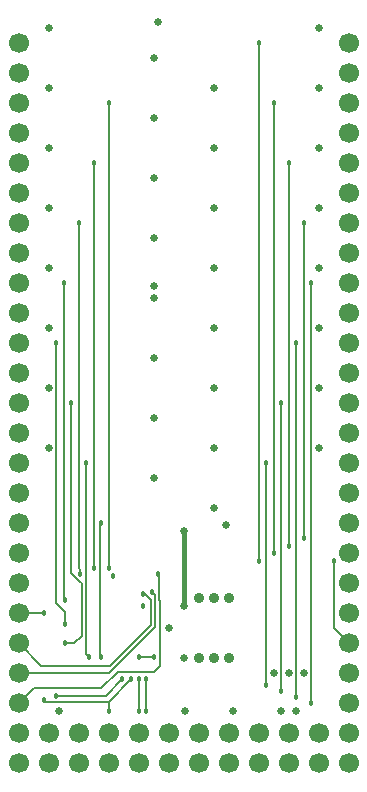
<source format=gbr>
%TF.GenerationSoftware,KiCad,Pcbnew,(6.0.7-1)-1*%
%TF.CreationDate,2022-09-01T15:03:23-04:00*%
%TF.ProjectId,eVolver_pwm,65566f6c-7665-4725-9f70-776d2e6b6963,rev?*%
%TF.SameCoordinates,Original*%
%TF.FileFunction,Copper,L4,Bot*%
%TF.FilePolarity,Positive*%
%FSLAX46Y46*%
G04 Gerber Fmt 4.6, Leading zero omitted, Abs format (unit mm)*
G04 Created by KiCad (PCBNEW (6.0.7-1)-1) date 2022-09-01 15:03:23*
%MOMM*%
%LPD*%
G01*
G04 APERTURE LIST*
%TA.AperFunction,ComponentPad*%
%ADD10C,1.700000*%
%TD*%
%TA.AperFunction,ViaPad*%
%ADD11C,0.889000*%
%TD*%
%TA.AperFunction,ViaPad*%
%ADD12C,0.457200*%
%TD*%
%TA.AperFunction,ViaPad*%
%ADD13C,0.635000*%
%TD*%
%TA.AperFunction,Conductor*%
%ADD14C,0.177800*%
%TD*%
%TA.AperFunction,Conductor*%
%ADD15C,0.381000*%
%TD*%
G04 APERTURE END LIST*
D10*
%TO.P,P1,1,P1*%
%TO.N,GND*%
X156210000Y-73660000D03*
%TO.P,P1,2,P2*%
%TO.N,/OUT_0*%
X156210000Y-76200000D03*
%TO.P,P1,3,P3*%
%TO.N,+24V*%
X156210000Y-78740000D03*
%TO.P,P1,4,P4*%
%TO.N,/OUT_2*%
X156210000Y-81280000D03*
%TO.P,P1,5,P5*%
%TO.N,+24V*%
X156210000Y-83820000D03*
%TO.P,P1,6,P6*%
%TO.N,/OUT_4*%
X156210000Y-86360000D03*
%TO.P,P1,7,P7*%
%TO.N,+24V*%
X156210000Y-88900000D03*
%TO.P,P1,8,P8*%
%TO.N,/OUT_6*%
X156210000Y-91440000D03*
%TO.P,P1,9,P9*%
%TO.N,+24V*%
X156210000Y-93980000D03*
%TO.P,P1,10,P10*%
%TO.N,GND*%
X156210000Y-96520000D03*
%TO.P,P1,11,P11*%
%TO.N,/OUT_8*%
X156210000Y-99060000D03*
%TO.P,P1,12,P12*%
%TO.N,+24V*%
X156210000Y-101600000D03*
%TO.P,P1,13,P13*%
%TO.N,/OUT_10*%
X156210000Y-104140000D03*
%TO.P,P1,14,P14*%
%TO.N,+24V*%
X156210000Y-106680000D03*
%TO.P,P1,15,P15*%
%TO.N,/OUT_12*%
X156210000Y-109220000D03*
%TO.P,P1,16,P16*%
%TO.N,+24V*%
X156210000Y-111760000D03*
%TO.P,P1,17,P17*%
%TO.N,/OUT_14*%
X156210000Y-114300000D03*
%TO.P,P1,18,P18*%
%TO.N,+24V*%
X156210000Y-116840000D03*
%TO.P,P1,19,P19*%
%TO.N,GND*%
X156210000Y-119380000D03*
%TO.P,P1,20,P20*%
%TO.N,/GSCLK*%
X156210000Y-121920000D03*
%TO.P,P1,21,P21*%
%TO.N,/XLAT*%
X156210000Y-124460000D03*
%TO.P,P1,22,P22*%
%TO.N,/SCLK*%
X156210000Y-127000000D03*
%TO.P,P1,23,P23*%
%TO.N,/SIN*%
X156210000Y-129540000D03*
%TO.P,P1,24,P24*%
%TO.N,/SOUT*%
X156210000Y-132080000D03*
%TO.P,P1,25,P25*%
%TO.N,GND*%
X156210000Y-134620000D03*
%TD*%
%TO.P,P2,1,P1*%
%TO.N,GND*%
X184150000Y-73660000D03*
%TO.P,P2,2,P2*%
%TO.N,/OUT_1*%
X184150000Y-76200000D03*
%TO.P,P2,3,P3*%
%TO.N,+24V*%
X184150000Y-78740000D03*
%TO.P,P2,4,P4*%
%TO.N,/OUT_3*%
X184150000Y-81280000D03*
%TO.P,P2,5,P5*%
%TO.N,+24V*%
X184150000Y-83820000D03*
%TO.P,P2,6,P6*%
%TO.N,/OUT_5*%
X184150000Y-86360000D03*
%TO.P,P2,7,P7*%
%TO.N,+24V*%
X184150000Y-88900000D03*
%TO.P,P2,8,P8*%
%TO.N,/OUT_7*%
X184150000Y-91440000D03*
%TO.P,P2,9,P9*%
%TO.N,+24V*%
X184150000Y-93980000D03*
%TO.P,P2,10,P10*%
%TO.N,GND*%
X184150000Y-96520000D03*
%TO.P,P2,11,P11*%
%TO.N,/OUT_9*%
X184150000Y-99060000D03*
%TO.P,P2,12,P12*%
%TO.N,+24V*%
X184150000Y-101600000D03*
%TO.P,P2,13,P13*%
%TO.N,/OUT_11*%
X184150000Y-104140000D03*
%TO.P,P2,14,P14*%
%TO.N,+24V*%
X184150000Y-106680000D03*
%TO.P,P2,15,P15*%
%TO.N,/OUT_13*%
X184150000Y-109220000D03*
%TO.P,P2,16,P16*%
%TO.N,+24V*%
X184150000Y-111760000D03*
%TO.P,P2,17,P17*%
%TO.N,/OUT_15*%
X184150000Y-114300000D03*
%TO.P,P2,18,P18*%
%TO.N,+24V*%
X184150000Y-116840000D03*
%TO.P,P2,19,P19*%
%TO.N,GND*%
X184150000Y-119380000D03*
%TO.P,P2,20,P20*%
%TO.N,unconnected-(P2-Pad20)*%
X184150000Y-121920000D03*
%TO.P,P2,21,P21*%
%TO.N,/BLANK*%
X184150000Y-124460000D03*
%TO.P,P2,22,P22*%
%TO.N,unconnected-(P2-Pad22)*%
X184150000Y-127000000D03*
%TO.P,P2,23,P23*%
%TO.N,+5V*%
X184150000Y-129540000D03*
%TO.P,P2,24,P24*%
X184150000Y-132080000D03*
%TO.P,P2,25,P25*%
%TO.N,GND*%
X184150000Y-134620000D03*
%TD*%
%TO.P,P3,1,P1*%
%TO.N,+24V*%
X181610000Y-132080000D03*
%TO.P,P3,2,P2*%
X179070000Y-132080000D03*
%TO.P,P3,3,P3*%
X176530000Y-132080000D03*
%TO.P,P3,4,P4*%
X173990000Y-132080000D03*
%TO.P,P3,5,P5*%
X171450000Y-132080000D03*
%TO.P,P3,6,P6*%
X168910000Y-132080000D03*
%TO.P,P3,7,P7*%
X166370000Y-132080000D03*
%TO.P,P3,8,P8*%
X163830000Y-132080000D03*
%TO.P,P3,9,P9*%
X161290000Y-132080000D03*
%TO.P,P3,10,P10*%
X158750000Y-132080000D03*
%TD*%
%TO.P,P4,1,P1*%
%TO.N,GND*%
X158750000Y-134620000D03*
%TO.P,P4,2,P2*%
X161290000Y-134620000D03*
%TO.P,P4,3,P3*%
X163830000Y-134620000D03*
%TO.P,P4,4,P4*%
X166370000Y-134620000D03*
%TO.P,P4,5,P5*%
X168910000Y-134620000D03*
%TO.P,P4,6,P6*%
X171450000Y-134620000D03*
%TO.P,P4,7,P7*%
X173990000Y-134620000D03*
%TO.P,P4,8,P8*%
X176530000Y-134620000D03*
%TO.P,P4,9,P9*%
X179070000Y-134620000D03*
%TO.P,P4,10,P10*%
X181610000Y-134620000D03*
%TD*%
D11*
%TO.N,+3V3*%
X173990000Y-120650000D03*
D12*
%TO.N,/GATE4*%
X161412116Y-118584284D03*
D11*
%TO.N,+3V3*%
X172720000Y-120650000D03*
D12*
X166370000Y-130175000D03*
D13*
X170180000Y-125730000D03*
D12*
X166370000Y-127508000D03*
X167640000Y-125603000D03*
D11*
X171450000Y-120650000D03*
D13*
X170180000Y-114935000D03*
D11*
X171450000Y-125730000D03*
D13*
X170180000Y-121285000D03*
D12*
X166370000Y-125603000D03*
D11*
X172720000Y-125730000D03*
X173990000Y-125730000D03*
D12*
%TO.N,GND*%
X164211000Y-118745000D03*
D13*
X180340000Y-127000000D03*
X172720000Y-77470000D03*
X168021000Y-71882000D03*
X170307000Y-130175000D03*
X172720000Y-87630000D03*
X172720000Y-107950000D03*
X167640000Y-95250000D03*
X159639000Y-130175000D03*
X168910000Y-123190000D03*
X172720000Y-102870000D03*
X172720000Y-97790000D03*
X172720000Y-113030000D03*
X167640000Y-85090000D03*
X167640000Y-94234000D03*
X173736000Y-114427000D03*
X172720000Y-82550000D03*
X172720000Y-92710000D03*
X177800000Y-127000000D03*
X167640000Y-90170000D03*
X167640000Y-105410000D03*
X167640000Y-80010000D03*
X178435000Y-130175000D03*
X179705000Y-130175000D03*
X167640000Y-100330000D03*
X167640000Y-110490000D03*
D12*
X166751000Y-121285000D03*
D13*
X174371000Y-130175000D03*
X179070000Y-127000000D03*
X167640000Y-74930000D03*
%TO.N,+24V*%
X158750000Y-87630000D03*
X158750000Y-92710000D03*
X158750000Y-107950000D03*
X158750000Y-82550000D03*
X158750000Y-97790000D03*
X158750000Y-72390000D03*
X181610000Y-107950000D03*
X158750000Y-102870000D03*
X181610000Y-72390000D03*
X181610000Y-77470000D03*
X181610000Y-97790000D03*
X181610000Y-92710000D03*
X181610000Y-82550000D03*
X158750000Y-77470000D03*
X181610000Y-102870000D03*
X181610000Y-87630000D03*
D12*
%TO.N,/GSCLK*%
X158369000Y-121920000D03*
X165735000Y-127508000D03*
X158369000Y-129286000D03*
X163830000Y-130175000D03*
%TO.N,/XLAT*%
X166751000Y-120269000D03*
%TO.N,/SCLK*%
X167513000Y-120142000D03*
%TO.N,/SIN*%
X168021000Y-118618000D03*
%TO.N,/SOUT*%
X164973000Y-127508000D03*
X159385000Y-128905000D03*
%TO.N,Net-(R17-Pad1)*%
X167005000Y-127508000D03*
X167005000Y-130175000D03*
%TO.N,/GATE0*%
X163830000Y-78740000D03*
X163830000Y-118110000D03*
%TO.N,/GATE1*%
X176530000Y-73660000D03*
X176530000Y-117475000D03*
%TO.N,/GATE2*%
X162560000Y-83820000D03*
X162560000Y-118110000D03*
%TO.N,/GATE3*%
X177800000Y-116840000D03*
X177800000Y-78740000D03*
%TO.N,/GATE4*%
X161290000Y-88900000D03*
%TO.N,/GATE5*%
X179070000Y-116205000D03*
X179070000Y-83820000D03*
%TO.N,/GATE6*%
X160147000Y-120777000D03*
X160020000Y-93980000D03*
%TO.N,/GATE7*%
X180340000Y-115570000D03*
X180340000Y-88900000D03*
%TO.N,/GATE8*%
X160147000Y-122809000D03*
X159385000Y-99060000D03*
%TO.N,/GATE9*%
X180975000Y-129540000D03*
X180975000Y-93980000D03*
%TO.N,/GATE10*%
X160147000Y-124460000D03*
X160655000Y-104140000D03*
%TO.N,/GATE11*%
X179705000Y-129032000D03*
X179705000Y-99060000D03*
%TO.N,/GATE12*%
X162179000Y-125603000D03*
X161925000Y-109220000D03*
%TO.N,/GATE13*%
X178435000Y-104140000D03*
X178435000Y-128524000D03*
%TO.N,/GATE14*%
X163195000Y-125603000D03*
X163195000Y-114300000D03*
%TO.N,/GATE15*%
X177165000Y-128016000D03*
X177165000Y-109220000D03*
%TO.N,/BLANK*%
X182880000Y-117475000D03*
%TD*%
D14*
%TO.N,/GATE4*%
X161412116Y-118584284D02*
X161412116Y-118232116D01*
X161412116Y-118232116D02*
X161290000Y-118110000D01*
%TO.N,/SIN*%
X156210000Y-129540000D02*
X157480000Y-128270000D01*
X157480000Y-128270000D02*
X163195000Y-128270000D01*
X168084500Y-118681500D02*
X168021000Y-118618000D01*
X163195000Y-128270000D02*
X164592000Y-126873000D01*
X164592000Y-126873000D02*
X167640000Y-126873000D01*
X168125900Y-120875518D02*
X168084500Y-120834118D01*
X167640000Y-126873000D02*
X168125900Y-126387100D01*
X168084500Y-120834118D02*
X168084500Y-118681500D01*
X168125900Y-126387100D02*
X168125900Y-120875518D01*
D15*
%TO.N,+3V3*%
X170180000Y-114935000D02*
X170180000Y-121285000D01*
D14*
X166370000Y-127508000D02*
X166370000Y-130175000D01*
X167640000Y-125603000D02*
X166370000Y-125603000D01*
%TO.N,/GSCLK*%
X163830000Y-129413000D02*
X163830000Y-130175000D01*
X165735000Y-127508000D02*
X163830000Y-129413000D01*
X158496000Y-129413000D02*
X158369000Y-129286000D01*
X158369000Y-121920000D02*
X156210000Y-121920000D01*
X163830000Y-129413000D02*
X158496000Y-129413000D01*
%TO.N,/XLAT*%
X167386000Y-122936000D02*
X167386000Y-120777000D01*
X167386000Y-120777000D02*
X166878000Y-120269000D01*
X166878000Y-120269000D02*
X166751000Y-120269000D01*
X163957000Y-126365000D02*
X167132000Y-123190000D01*
X158115000Y-126365000D02*
X163957000Y-126365000D01*
X167132000Y-123190000D02*
X167386000Y-122936000D01*
X156210000Y-124460000D02*
X158115000Y-126365000D01*
%TO.N,/SCLK*%
X163830000Y-127000000D02*
X165735000Y-125095000D01*
X167754291Y-120396000D02*
X167754291Y-120383291D01*
X167754291Y-120383291D02*
X167513000Y-120142000D01*
X167513000Y-123317000D02*
X167754291Y-123075709D01*
X165735000Y-125095000D02*
X167513000Y-123317000D01*
X167754291Y-123075709D02*
X167754291Y-120396000D01*
X156210000Y-127000000D02*
X163830000Y-127000000D01*
%TO.N,/SIN*%
X168021000Y-118618978D02*
X168021000Y-118618000D01*
X168084011Y-118681989D02*
X168021000Y-118618978D01*
%TO.N,/SOUT*%
X163449000Y-128905000D02*
X163576000Y-128905000D01*
X163576000Y-128905000D02*
X164973000Y-127508000D01*
X159385000Y-128905000D02*
X163449000Y-128905000D01*
%TO.N,Net-(R17-Pad1)*%
X167005000Y-127508000D02*
X167005000Y-130175000D01*
%TO.N,/GATE0*%
X163830000Y-118110000D02*
X163830000Y-78740000D01*
%TO.N,/GATE1*%
X176530000Y-117475000D02*
X176530000Y-73660000D01*
%TO.N,/GATE2*%
X162560000Y-118110000D02*
X162560000Y-83820000D01*
%TO.N,/GATE3*%
X177800000Y-116840000D02*
X177800000Y-78740000D01*
%TO.N,/GATE4*%
X161290000Y-118110000D02*
X161290000Y-88900000D01*
%TO.N,/GATE5*%
X179070000Y-116205000D02*
X179070000Y-83820000D01*
%TO.N,/GATE6*%
X160020000Y-93980000D02*
X160020000Y-118110000D01*
X160020000Y-118110000D02*
X160020000Y-120650000D01*
X160020000Y-120650000D02*
X160147000Y-120777000D01*
%TO.N,/GATE7*%
X180340000Y-115570000D02*
X180340000Y-88900000D01*
%TO.N,/GATE8*%
X159385000Y-118110000D02*
X159385000Y-121031000D01*
X159639000Y-121285000D02*
X160147000Y-121793000D01*
X159385000Y-121031000D02*
X159639000Y-121285000D01*
X159385000Y-118110000D02*
X159385000Y-99060000D01*
X160147000Y-121793000D02*
X160147000Y-122809000D01*
%TO.N,/GATE9*%
X180975000Y-93980000D02*
X180975000Y-129540000D01*
%TO.N,/GATE10*%
X161544000Y-119380000D02*
X161544000Y-123825000D01*
X160655000Y-118491000D02*
X161417000Y-119253000D01*
X160655000Y-118110000D02*
X160655000Y-104140000D01*
X160655000Y-118110000D02*
X160655000Y-118491000D01*
X161544000Y-123825000D02*
X160909000Y-124460000D01*
X161417000Y-119253000D02*
X161544000Y-119380000D01*
X160909000Y-124460000D02*
X160147000Y-124460000D01*
%TO.N,/GATE11*%
X179705000Y-99060000D02*
X179705000Y-129032000D01*
%TO.N,/GATE12*%
X161925000Y-125349000D02*
X161925000Y-109220000D01*
X162179000Y-125603000D02*
X161925000Y-125349000D01*
%TO.N,/GATE13*%
X178435000Y-128524000D02*
X178435000Y-104140000D01*
%TO.N,/GATE14*%
X163068000Y-125476000D02*
X163068000Y-114427000D01*
X163195000Y-125603000D02*
X163068000Y-125476000D01*
X163068000Y-114427000D02*
X163195000Y-114300000D01*
%TO.N,/GATE15*%
X177165000Y-128016000D02*
X177165000Y-109220000D01*
%TO.N,/BLANK*%
X182880000Y-123190000D02*
X182880000Y-117475000D01*
X184150000Y-124460000D02*
X182880000Y-123190000D01*
%TD*%
M02*

</source>
